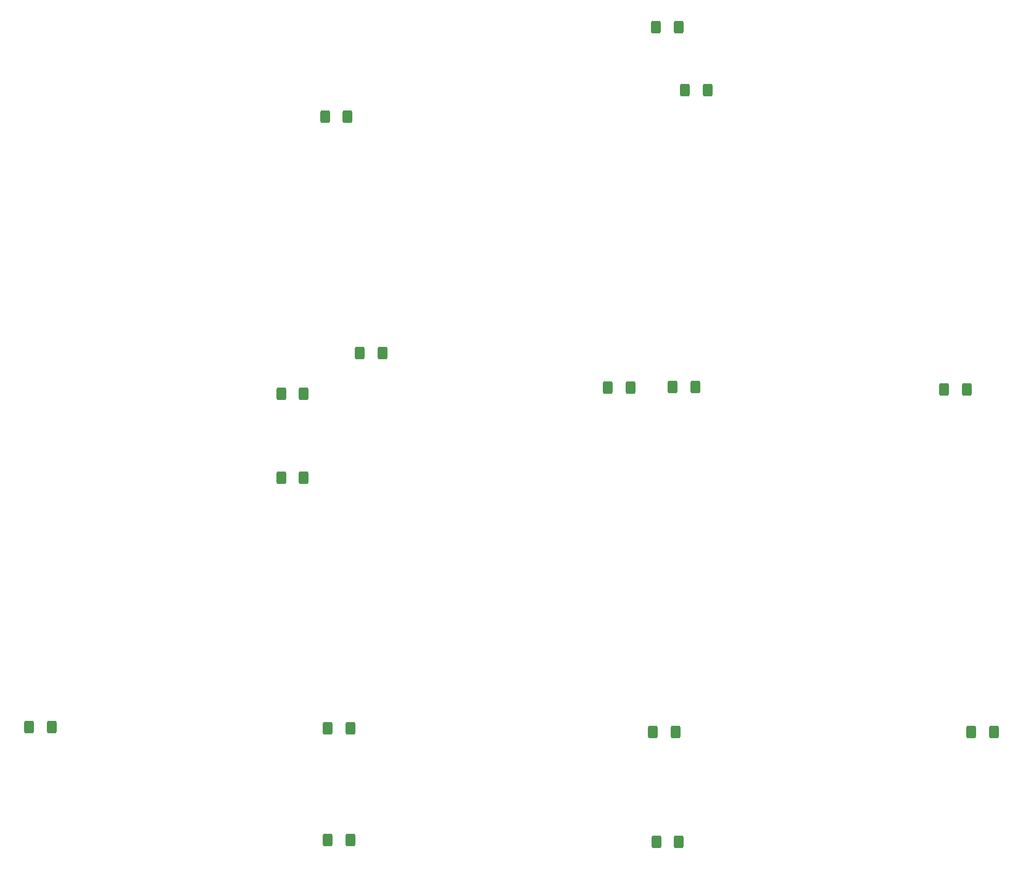
<source format=gbr>
%TF.GenerationSoftware,KiCad,Pcbnew,9.0.2*%
%TF.CreationDate,2025-06-15T20:52:47+02:00*%
%TF.ProjectId,adirs,61646972-732e-46b6-9963-61645f706362,rev?*%
%TF.SameCoordinates,Original*%
%TF.FileFunction,Paste,Top*%
%TF.FilePolarity,Positive*%
%FSLAX46Y46*%
G04 Gerber Fmt 4.6, Leading zero omitted, Abs format (unit mm)*
G04 Created by KiCad (PCBNEW 9.0.2) date 2025-06-15 20:52:47*
%MOMM*%
%LPD*%
G01*
G04 APERTURE LIST*
G04 Aperture macros list*
%AMRoundRect*
0 Rectangle with rounded corners*
0 $1 Rounding radius*
0 $2 $3 $4 $5 $6 $7 $8 $9 X,Y pos of 4 corners*
0 Add a 4 corners polygon primitive as box body*
4,1,4,$2,$3,$4,$5,$6,$7,$8,$9,$2,$3,0*
0 Add four circle primitives for the rounded corners*
1,1,$1+$1,$2,$3*
1,1,$1+$1,$4,$5*
1,1,$1+$1,$6,$7*
1,1,$1+$1,$8,$9*
0 Add four rect primitives between the rounded corners*
20,1,$1+$1,$2,$3,$4,$5,0*
20,1,$1+$1,$4,$5,$6,$7,0*
20,1,$1+$1,$6,$7,$8,$9,0*
20,1,$1+$1,$8,$9,$2,$3,0*%
G04 Aperture macros list end*
%ADD10RoundRect,0.250000X-0.400000X-0.625000X0.400000X-0.625000X0.400000X0.625000X-0.400000X0.625000X0*%
G04 APERTURE END LIST*
D10*
%TO.C,R14*%
X223050000Y-30594400D03*
X226150000Y-30594400D03*
%TD*%
%TO.C,R7*%
X137050000Y-126600000D03*
X140150000Y-126600000D03*
%TD*%
%TO.C,R8*%
X178050000Y-142100000D03*
X181150000Y-142100000D03*
%TD*%
%TO.C,R10*%
X223100000Y-142400000D03*
X226200000Y-142400000D03*
%TD*%
%TO.C,R12*%
X266350000Y-127300000D03*
X269450000Y-127300000D03*
%TD*%
%TO.C,R4*%
X216450000Y-80100000D03*
X219550000Y-80100000D03*
%TD*%
%TO.C,R2*%
X171650000Y-92400000D03*
X174750000Y-92400000D03*
%TD*%
%TO.C,R3*%
X182450000Y-75300000D03*
X185550000Y-75300000D03*
%TD*%
%TO.C,R11*%
X222650000Y-127300000D03*
X225750000Y-127300000D03*
%TD*%
%TO.C,R15*%
X227050000Y-39300000D03*
X230150000Y-39300000D03*
%TD*%
%TO.C,R5*%
X225350000Y-80000000D03*
X228450000Y-80000000D03*
%TD*%
%TO.C,R13*%
X177650000Y-42900000D03*
X180750000Y-42900000D03*
%TD*%
%TO.C,R9*%
X178050000Y-126800000D03*
X181150000Y-126800000D03*
%TD*%
%TO.C,R1*%
X171650000Y-80900000D03*
X174750000Y-80900000D03*
%TD*%
%TO.C,R6*%
X262600000Y-80300000D03*
X265700000Y-80300000D03*
%TD*%
M02*

</source>
